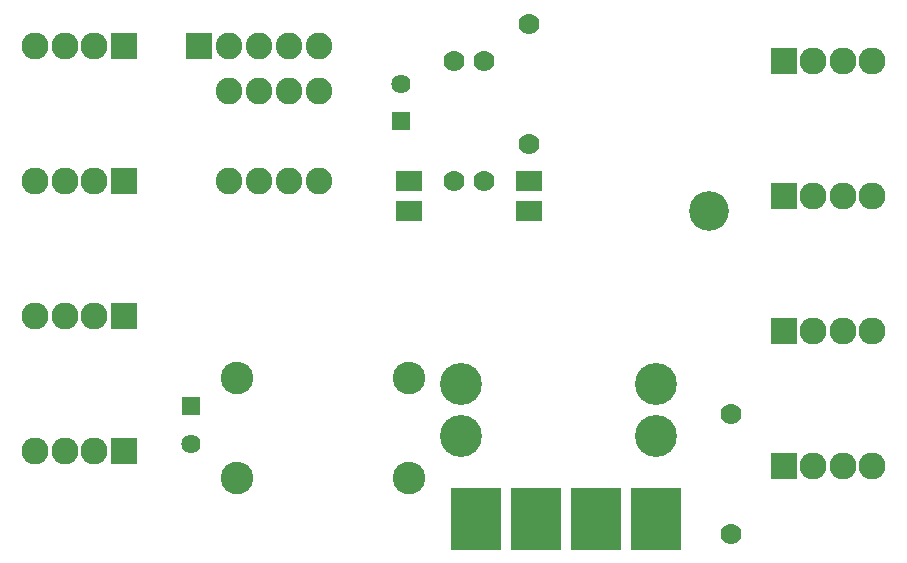
<source format=gbr>
G04 EasyPC Gerber Version 20.0.2 Build 4112 *
G04 #@! TF.Part,Single*
G04 #@! TF.FileFunction,Soldermask,Bot *
%FSLAX35Y35*%
%MOIN*%
G04 #@! TA.AperFunction,SMDPad*
%ADD128R,0.16748X0.20685*%
G04 #@! TA.AperFunction,ComponentPad*
%ADD118R,0.06400X0.06400*%
%ADD124R,0.08874X0.08874*%
%ADD121R,0.09000X0.09000*%
%ADD119C,0.06400*%
G04 #@! TD.AperFunction*
%ADD27C,0.07000*%
G04 #@! TA.AperFunction,ComponentPad*
%ADD123C,0.08874*%
%ADD122C,0.09000*%
%ADD117C,0.10843*%
G04 #@! TA.AperFunction,WasherPad*
%ADD116C,0.13205*%
G04 #@! TA.AperFunction,ComponentPad*
%ADD126C,0.13992*%
G04 #@! TA.AperFunction,SMDPad*
%ADD129R,0.09000X0.07000*%
X0Y0D02*
D02*
D27*
X150256Y127750D03*
Y167750D03*
X160256Y127750D03*
Y167750D03*
X175256Y140250D03*
Y180250D03*
X242756Y10250D03*
Y50250D03*
D02*
D116*
X235256Y117750D03*
D02*
D117*
X78169Y28695D03*
Y62159D03*
X135256Y28695D03*
Y62159D03*
D02*
D118*
X62756Y52750D03*
X132756Y147750D03*
D02*
D119*
X62756Y40250D03*
X132756Y160250D03*
D02*
D121*
X40256Y37750D03*
Y82750D03*
Y127750D03*
Y172750D03*
X260256Y32750D03*
Y77750D03*
Y122750D03*
Y167750D03*
D02*
D122*
X10728Y37750D03*
Y82750D03*
Y127750D03*
Y172750D03*
X20571Y37750D03*
Y82750D03*
Y127750D03*
Y172750D03*
X30413Y37750D03*
Y82750D03*
Y127750D03*
Y172750D03*
X270098Y32750D03*
Y77750D03*
Y122750D03*
Y167750D03*
X279941Y32750D03*
Y77750D03*
Y122750D03*
Y167750D03*
X289783Y32750D03*
Y77750D03*
Y122750D03*
Y167750D03*
D02*
D123*
X75222Y127750D03*
Y157750D03*
X75256Y172750D03*
X85222Y127750D03*
Y157750D03*
X85256Y172750D03*
X95222Y127750D03*
Y157750D03*
X95256Y172750D03*
X105222Y127750D03*
Y157750D03*
X105256Y172750D03*
D02*
D124*
X65256D03*
D02*
D126*
X152717Y60250D03*
X152756Y42750D03*
X217756Y60250D03*
X217795Y42750D03*
D02*
D128*
X157756Y15250D03*
X177756D03*
X197756D03*
X217756D03*
D02*
D129*
X135256Y117750D03*
Y127750D03*
X175256Y117750D03*
Y127750D03*
X0Y0D02*
M02*

</source>
